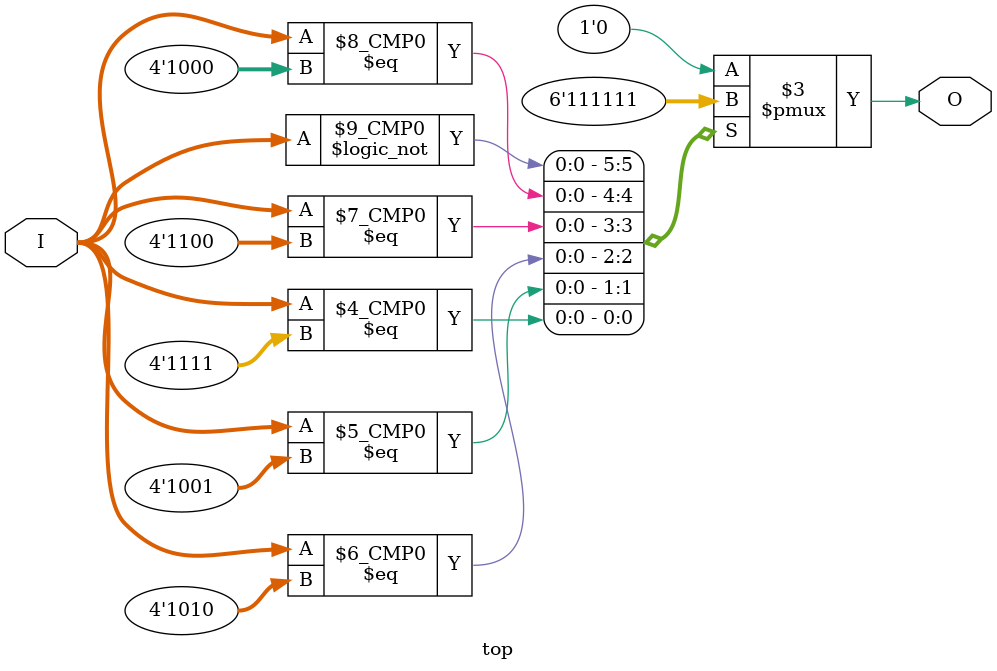
<source format=v>
module top(input [3:0] I, output O);
    always @(I)
    case(I)
        4'b0000 : O = 1;
        4'b1000 : O = 1;
        4'b1100 : O = 1;
        4'b1010 : O = 1;
        4'b1001 : O = 1;
        4'b1111 : O = 1;
        default : O = 0;
    endcase
endmodule // top

</source>
